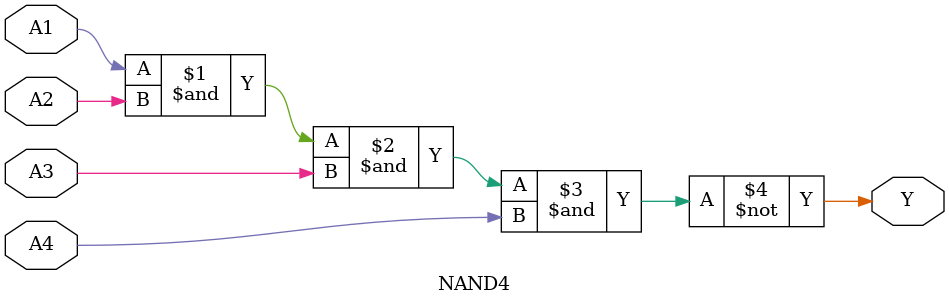
<source format=v>
module NAND4(
    output Y,
    input A1,
    input A2,
    input A3,
    input A4
);
    assign Y = ~(A1 & A2 & A3 & A4);
endmodule
</source>
